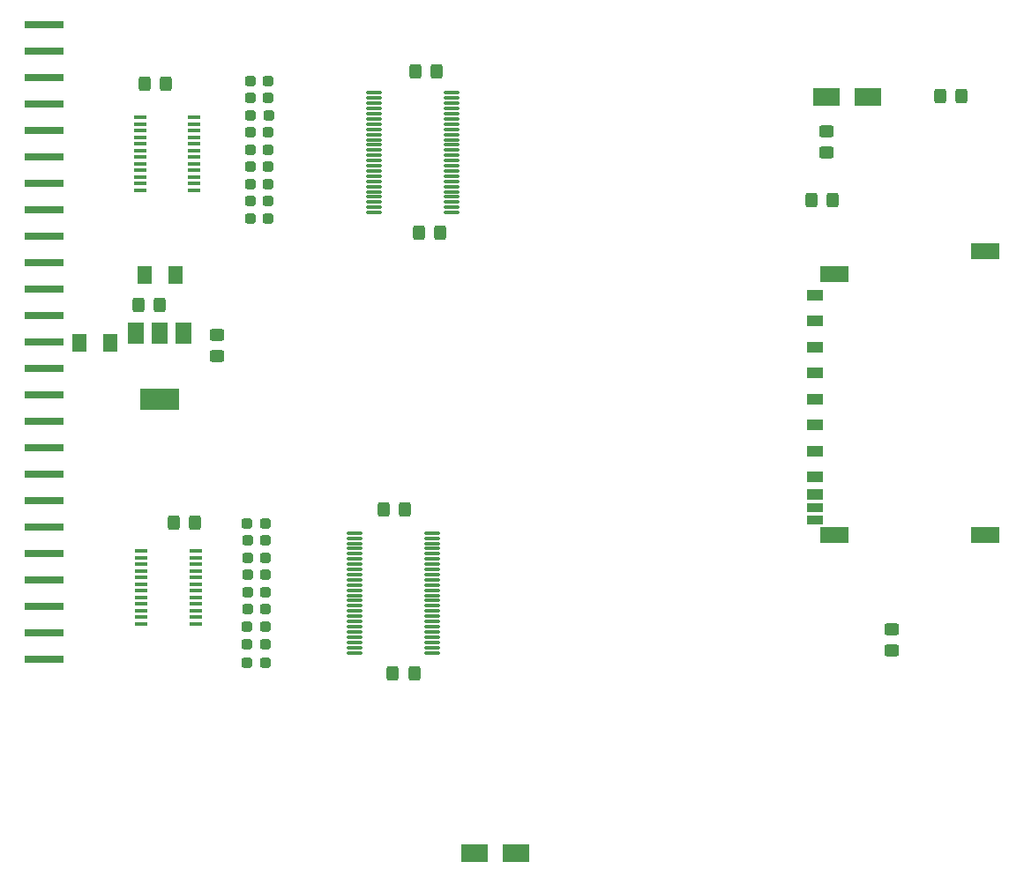
<source format=gbr>
%TF.GenerationSoftware,KiCad,Pcbnew,(6.0.2)*%
%TF.CreationDate,2022-04-15T06:19:47-06:00*%
%TF.ProjectId,XCVR_F4Lite_SMD_V1,58435652-5f46-4344-9c69-74655f534d44,rev?*%
%TF.SameCoordinates,Original*%
%TF.FileFunction,Paste,Top*%
%TF.FilePolarity,Positive*%
%FSLAX46Y46*%
G04 Gerber Fmt 4.6, Leading zero omitted, Abs format (unit mm)*
G04 Created by KiCad (PCBNEW (6.0.2)) date 2022-04-15 06:19:47*
%MOMM*%
%LPD*%
G01*
G04 APERTURE LIST*
G04 Aperture macros list*
%AMRoundRect*
0 Rectangle with rounded corners*
0 $1 Rounding radius*
0 $2 $3 $4 $5 $6 $7 $8 $9 X,Y pos of 4 corners*
0 Add a 4 corners polygon primitive as box body*
4,1,4,$2,$3,$4,$5,$6,$7,$8,$9,$2,$3,0*
0 Add four circle primitives for the rounded corners*
1,1,$1+$1,$2,$3*
1,1,$1+$1,$4,$5*
1,1,$1+$1,$6,$7*
1,1,$1+$1,$8,$9*
0 Add four rect primitives between the rounded corners*
20,1,$1+$1,$2,$3,$4,$5,0*
20,1,$1+$1,$4,$5,$6,$7,0*
20,1,$1+$1,$6,$7,$8,$9,0*
20,1,$1+$1,$8,$9,$2,$3,0*%
G04 Aperture macros list end*
%ADD10R,3.800000X0.750000*%
%ADD11RoundRect,0.237500X-0.287500X-0.237500X0.287500X-0.237500X0.287500X0.237500X-0.287500X0.237500X0*%
%ADD12RoundRect,0.250001X-0.462499X-0.624999X0.462499X-0.624999X0.462499X0.624999X-0.462499X0.624999X0*%
%ADD13RoundRect,0.250001X0.462499X0.624999X-0.462499X0.624999X-0.462499X-0.624999X0.462499X-0.624999X0*%
%ADD14RoundRect,0.237500X0.287500X0.237500X-0.287500X0.237500X-0.287500X-0.237500X0.287500X-0.237500X0*%
%ADD15R,1.500000X2.000000*%
%ADD16R,3.800000X2.000000*%
%ADD17R,1.200000X0.400000*%
%ADD18RoundRect,0.250000X-0.450000X0.325000X-0.450000X-0.325000X0.450000X-0.325000X0.450000X0.325000X0*%
%ADD19RoundRect,0.075000X-0.662500X-0.075000X0.662500X-0.075000X0.662500X0.075000X-0.662500X0.075000X0*%
%ADD20RoundRect,0.250000X-0.325000X-0.450000X0.325000X-0.450000X0.325000X0.450000X-0.325000X0.450000X0*%
%ADD21RoundRect,0.250000X0.325000X0.450000X-0.325000X0.450000X-0.325000X-0.450000X0.325000X-0.450000X0*%
%ADD22RoundRect,0.250000X0.450000X-0.325000X0.450000X0.325000X-0.450000X0.325000X-0.450000X-0.325000X0*%
%ADD23R,1.500000X0.960000*%
%ADD24R,1.500000X1.100000*%
%ADD25R,2.800000X1.500000*%
%ADD26R,2.500000X1.800000*%
G04 APERTURE END LIST*
D10*
%TO.C,J3*%
X107017820Y-129484120D03*
X107017820Y-126944120D03*
X107017820Y-124404120D03*
X107017820Y-121864120D03*
X107017820Y-119324120D03*
X107017820Y-116784120D03*
X107017820Y-114244120D03*
X107017820Y-111704120D03*
X107017820Y-109164120D03*
X107017820Y-106624120D03*
X107017820Y-104084120D03*
X107017820Y-101544120D03*
X107017820Y-99004120D03*
X107017820Y-96464120D03*
X107017820Y-93924120D03*
X107017820Y-91384120D03*
X107017820Y-88844120D03*
X107017820Y-86304120D03*
X107017820Y-83764120D03*
X107017820Y-81224120D03*
X107017820Y-78684120D03*
X107017820Y-76144120D03*
X107017820Y-73604120D03*
X107017820Y-71064120D03*
X107017820Y-68524120D03*
%TD*%
D11*
%TO.C,R6*%
X126537780Y-119689880D03*
X128287780Y-119689880D03*
%TD*%
%TO.C,R4*%
X126537780Y-118038880D03*
X128287780Y-118038880D03*
%TD*%
%TO.C,R5*%
X126523780Y-126293880D03*
X128273780Y-126293880D03*
%TD*%
%TO.C,R10*%
X126523780Y-128008380D03*
X128273780Y-128008380D03*
%TD*%
%TO.C,R7*%
X126537780Y-124642880D03*
X128287780Y-124642880D03*
%TD*%
%TO.C,R8*%
X126537780Y-121340880D03*
X128287780Y-121340880D03*
%TD*%
%TO.C,R1*%
X126523780Y-116387880D03*
X128273780Y-116387880D03*
%TD*%
%TO.C,R11*%
X126523780Y-129786380D03*
X128273780Y-129786380D03*
%TD*%
%TO.C,R9*%
X126537780Y-122991880D03*
X128287780Y-122991880D03*
%TD*%
D12*
%TO.C,C1*%
X116664080Y-92506800D03*
X119639080Y-92506800D03*
%TD*%
D13*
%TO.C,C2*%
X113386260Y-99082860D03*
X110411260Y-99082860D03*
%TD*%
D11*
%TO.C,R3*%
X126804420Y-73916540D03*
X128554420Y-73916540D03*
%TD*%
%TO.C,R2*%
X126804420Y-75567540D03*
X128554420Y-75567540D03*
%TD*%
D14*
%TO.C,R18*%
X128554420Y-83822540D03*
X126804420Y-83822540D03*
%TD*%
%TO.C,R17*%
X128554420Y-85473540D03*
X126804420Y-85473540D03*
%TD*%
%TO.C,R16*%
X128554420Y-87124540D03*
X126804420Y-87124540D03*
%TD*%
%TO.C,R15*%
X128554420Y-82171540D03*
X126804420Y-82171540D03*
%TD*%
%TO.C,R14*%
X128554420Y-80520540D03*
X126804420Y-80520540D03*
%TD*%
%TO.C,R13*%
X128554420Y-78869540D03*
X126804420Y-78869540D03*
%TD*%
%TO.C,R12*%
X128568420Y-77218540D03*
X126818420Y-77218540D03*
%TD*%
D15*
%TO.C,U3*%
X120393220Y-98146920D03*
D16*
X118093220Y-104446920D03*
D15*
X118093220Y-98146920D03*
X115793220Y-98146920D03*
%TD*%
D17*
%TO.C,U2*%
X116203420Y-77409040D03*
X116203420Y-78044040D03*
X116203420Y-78679040D03*
X116203420Y-79314040D03*
X116203420Y-79949040D03*
X116203420Y-80584040D03*
X116203420Y-81219040D03*
X116203420Y-81854040D03*
X116203420Y-82489040D03*
X116203420Y-83124040D03*
X116203420Y-83759040D03*
X116203420Y-84394040D03*
X121403420Y-84394040D03*
X121403420Y-83759040D03*
X121403420Y-83124040D03*
X121403420Y-82489040D03*
X121403420Y-81854040D03*
X121403420Y-81219040D03*
X121403420Y-80584040D03*
X121403420Y-79949040D03*
X121403420Y-79314040D03*
X121403420Y-78679040D03*
X121403420Y-78044040D03*
X121403420Y-77409040D03*
%TD*%
%TO.C,U1*%
X116353280Y-119054880D03*
X116353280Y-119689880D03*
X116353280Y-120324880D03*
X116353280Y-120959880D03*
X116353280Y-121594880D03*
X116353280Y-122229880D03*
X116353280Y-122864880D03*
X116353280Y-123499880D03*
X116353280Y-124134880D03*
X116353280Y-124769880D03*
X116353280Y-125404880D03*
X116353280Y-126039880D03*
X121553280Y-126039880D03*
X121553280Y-125404880D03*
X121553280Y-124769880D03*
X121553280Y-124134880D03*
X121553280Y-123499880D03*
X121553280Y-122864880D03*
X121553280Y-122229880D03*
X121553280Y-121594880D03*
X121553280Y-120959880D03*
X121553280Y-120324880D03*
X121553280Y-119689880D03*
X121553280Y-119054880D03*
%TD*%
D18*
%TO.C,C3*%
X182069740Y-78733540D03*
X182069740Y-80783540D03*
%TD*%
D19*
%TO.C,U4*%
X136832340Y-117330720D03*
X136832340Y-117830720D03*
X136832340Y-118330720D03*
X136832340Y-118830720D03*
X136832340Y-119330720D03*
X136832340Y-119830720D03*
X136832340Y-120330720D03*
X136832340Y-120830720D03*
X136832340Y-121330720D03*
X136832340Y-121830720D03*
X136832340Y-122330720D03*
X136832340Y-122830720D03*
X136832340Y-123330720D03*
X136832340Y-123830720D03*
X136832340Y-124330720D03*
X136832340Y-124830720D03*
X136832340Y-125330720D03*
X136832340Y-125830720D03*
X136832340Y-126330720D03*
X136832340Y-126830720D03*
X136832340Y-127330720D03*
X136832340Y-127830720D03*
X136832340Y-128330720D03*
X136832340Y-128830720D03*
X144257340Y-128830720D03*
X144257340Y-128330720D03*
X144257340Y-127830720D03*
X144257340Y-127330720D03*
X144257340Y-126830720D03*
X144257340Y-126330720D03*
X144257340Y-125830720D03*
X144257340Y-125330720D03*
X144257340Y-124830720D03*
X144257340Y-124330720D03*
X144257340Y-123830720D03*
X144257340Y-123330720D03*
X144257340Y-122830720D03*
X144257340Y-122330720D03*
X144257340Y-121830720D03*
X144257340Y-121330720D03*
X144257340Y-120830720D03*
X144257340Y-120330720D03*
X144257340Y-119830720D03*
X144257340Y-119330720D03*
X144257340Y-118830720D03*
X144257340Y-118330720D03*
X144257340Y-117830720D03*
X144257340Y-117330720D03*
%TD*%
%TO.C,U5*%
X138674820Y-75052480D03*
X138674820Y-75552480D03*
X138674820Y-76052480D03*
X138674820Y-76552480D03*
X138674820Y-77052480D03*
X138674820Y-77552480D03*
X138674820Y-78052480D03*
X138674820Y-78552480D03*
X138674820Y-79052480D03*
X138674820Y-79552480D03*
X138674820Y-80052480D03*
X138674820Y-80552480D03*
X138674820Y-81052480D03*
X138674820Y-81552480D03*
X138674820Y-82052480D03*
X138674820Y-82552480D03*
X138674820Y-83052480D03*
X138674820Y-83552480D03*
X138674820Y-84052480D03*
X138674820Y-84552480D03*
X138674820Y-85052480D03*
X138674820Y-85552480D03*
X138674820Y-86052480D03*
X138674820Y-86552480D03*
X146099820Y-86552480D03*
X146099820Y-86052480D03*
X146099820Y-85552480D03*
X146099820Y-85052480D03*
X146099820Y-84552480D03*
X146099820Y-84052480D03*
X146099820Y-83552480D03*
X146099820Y-83052480D03*
X146099820Y-82552480D03*
X146099820Y-82052480D03*
X146099820Y-81552480D03*
X146099820Y-81052480D03*
X146099820Y-80552480D03*
X146099820Y-80052480D03*
X146099820Y-79552480D03*
X146099820Y-79052480D03*
X146099820Y-78552480D03*
X146099820Y-78052480D03*
X146099820Y-77552480D03*
X146099820Y-77052480D03*
X146099820Y-76552480D03*
X146099820Y-76052480D03*
X146099820Y-75552480D03*
X146099820Y-75052480D03*
%TD*%
D20*
%TO.C,C4*%
X139600720Y-115072160D03*
X141650720Y-115072160D03*
%TD*%
%TO.C,C5*%
X142671580Y-72953880D03*
X144721580Y-72953880D03*
%TD*%
D21*
%TO.C,R19*%
X121478040Y-116304060D03*
X119428040Y-116304060D03*
%TD*%
D22*
%TO.C,R21*%
X188363860Y-128613119D03*
X188363860Y-126563119D03*
%TD*%
D21*
%TO.C,C6*%
X118685420Y-74206100D03*
X116635420Y-74206100D03*
%TD*%
D20*
%TO.C,C7*%
X116060001Y-95455740D03*
X118110001Y-95455740D03*
%TD*%
D22*
%TO.C,C8*%
X123596400Y-100353080D03*
X123596400Y-98303080D03*
%TD*%
D20*
%TO.C,C9*%
X193000520Y-75399900D03*
X195050520Y-75399900D03*
%TD*%
%TO.C,C10*%
X140494800Y-130810000D03*
X142544800Y-130810000D03*
%TD*%
%TO.C,C11*%
X180644580Y-85336380D03*
X182694580Y-85336380D03*
%TD*%
D23*
%TO.C,SD1*%
X181033420Y-116102740D03*
X181033420Y-114902740D03*
D24*
X181033420Y-113602740D03*
X181033420Y-111902740D03*
X181033420Y-109472740D03*
X181033420Y-106972740D03*
X181033420Y-104472740D03*
X181033420Y-101972740D03*
X181033420Y-99472740D03*
X181033420Y-96972740D03*
X181033420Y-94472740D03*
D25*
X182833420Y-117562740D03*
X182833420Y-92462740D03*
X197333420Y-117562740D03*
X197333420Y-90262740D03*
%TD*%
D26*
%TO.C,D1*%
X182105800Y-75410060D03*
X186105800Y-75410060D03*
%TD*%
%TO.C,D2*%
X152301960Y-148130260D03*
X148301960Y-148130260D03*
%TD*%
D20*
%TO.C,C12*%
X143017020Y-88447880D03*
X145067020Y-88447880D03*
%TD*%
M02*

</source>
